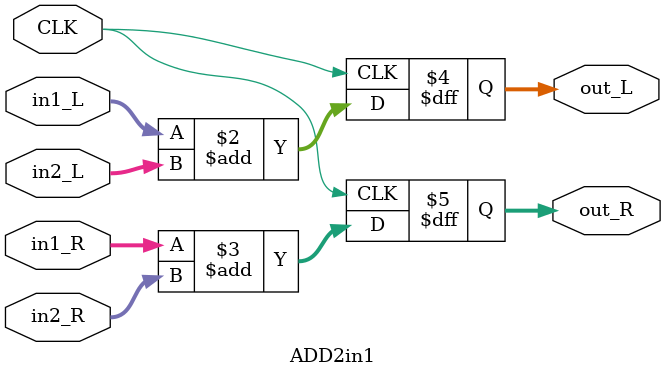
<source format=v>
module ADD2in1#
	(
	parameter BIT=24
	)(
		CLK,
		in1_L,
		in1_R,
		in2_L,
		in2_R,
		out_L,
		out_R
	);

	input CLK;
	input signed [BIT-1:0] in1_L, in1_R, in2_L, in2_R;
	output signed [BIT-1:0] out_L, out_R;

	reg signed [BIT-1:0] out_L, out_R;

	always @(posedge CLK) begin
		out_L <= $signed(in1_L) + $signed(in2_L);
		out_R <= $signed(in1_R) + $signed(in2_R);
	end
endmodule
</source>
